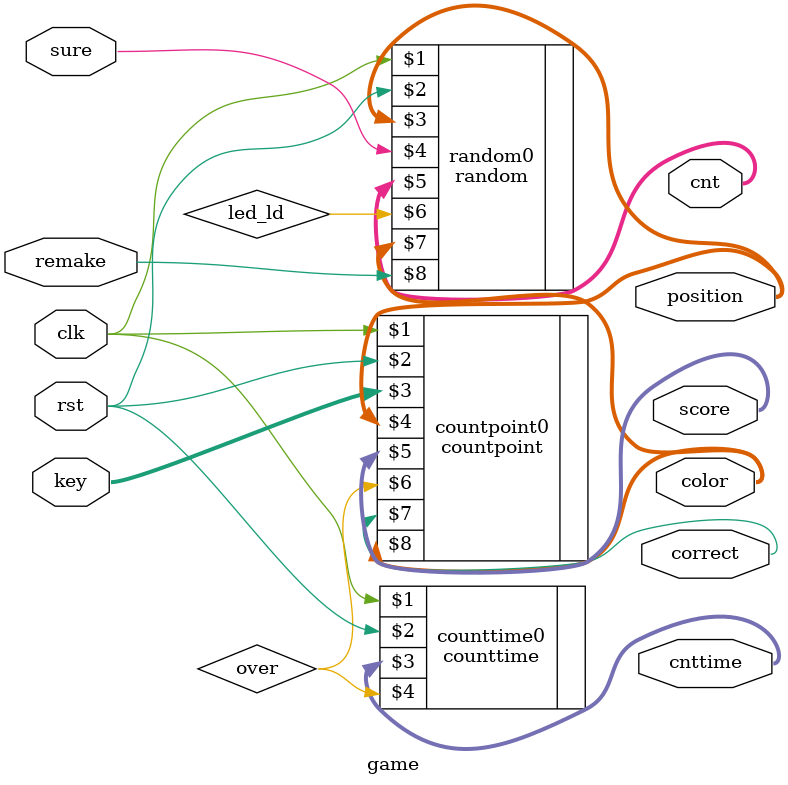
<source format=v>
module game(clk,rst,key,cnttime,cnt,position,score,sure,color,correct,remake);
	input clk;
	input rst;
	input [16:0]key;
	input sure;
	//input btn;
	//output [15:0]led_ld;
	//input sw3;
	output [16:0] position;
	output [1:0]color;
	output [5:0] cnttime;
	output [3:0]cnt;
	output [4:0] score;
	wire over;
	input remake;
	output correct;
	
	//assign led_ld[15:0]=position[16:1];
	random random0(clk,rst,position,sure,cnt,led_ld,color,remake);
	countpoint countpoint0(clk,rst,key,position,score,over,correct,color);
	counttime counttime0(clk,rst,cnttime,over);
endmodule

</source>
